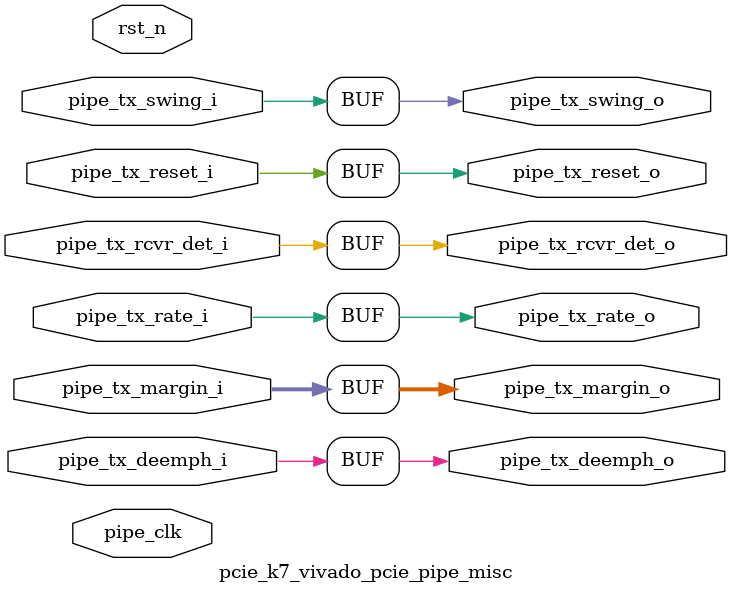
<source format=v>

`timescale 1ps/1ps

(* DowngradeIPIdentifiedWarnings = "yes" *)
module pcie_k7_vivado_pcie_pipe_misc #
(
    parameter        PIPE_PIPELINE_STAGES = 0,    // 0 - 0 stages, 1 - 1 stage, 2 - 2 stages
    parameter TCQ  = 1 // synthesis warning solved: parameter declaration becomes local
)
(

    input   wire        pipe_tx_rcvr_det_i       ,     // PIPE Tx Receiver Detect
    input   wire        pipe_tx_reset_i          ,     // PIPE Tx Reset
    input   wire        pipe_tx_rate_i           ,     // PIPE Tx Rate
    input   wire        pipe_tx_deemph_i         ,     // PIPE Tx Deemphasis
    input   wire [2:0]  pipe_tx_margin_i         ,     // PIPE Tx Margin
    input   wire        pipe_tx_swing_i          ,     // PIPE Tx Swing

    output  wire        pipe_tx_rcvr_det_o       ,     // Pipelined PIPE Tx Receiver Detect
    output  wire        pipe_tx_reset_o          ,     // Pipelined PIPE Tx Reset
    output  wire        pipe_tx_rate_o           ,     // Pipelined PIPE Tx Rate
    output  wire        pipe_tx_deemph_o         ,     // Pipelined PIPE Tx Deemphasis
    output  wire [2:0]  pipe_tx_margin_o         ,     // Pipelined PIPE Tx Margin
    output  wire        pipe_tx_swing_o          ,     // Pipelined PIPE Tx Swing

    input   wire        pipe_clk                ,      // PIPE Clock
    input   wire        rst_n                          // Reset
);

//******************************************************************//
// Reality check.                                                   //
//******************************************************************//

//    parameter TCQ  = 1;      // clock to out delay model

    generate

    if (PIPE_PIPELINE_STAGES == 0) begin : pipe_stages_0

        assign pipe_tx_rcvr_det_o = pipe_tx_rcvr_det_i;
        assign pipe_tx_reset_o  = pipe_tx_reset_i;
        assign pipe_tx_rate_o = pipe_tx_rate_i;
        assign pipe_tx_deemph_o = pipe_tx_deemph_i;
        assign pipe_tx_margin_o = pipe_tx_margin_i;
        assign pipe_tx_swing_o = pipe_tx_swing_i;

    end // if (PIPE_PIPELINE_STAGES == 0)
    else if (PIPE_PIPELINE_STAGES == 1) begin : pipe_stages_1

    reg                pipe_tx_rcvr_det_q       ;
    reg                pipe_tx_reset_q          ;
    reg                pipe_tx_rate_q           ;
    reg                pipe_tx_deemph_q         ;
    reg [2:0]          pipe_tx_margin_q         ;
    reg                pipe_tx_swing_q          ;

        always @(posedge pipe_clk) begin

        if (rst_n)
        begin

            pipe_tx_rcvr_det_q <= #TCQ 0;
            pipe_tx_reset_q  <= #TCQ 1'b1;
            pipe_tx_rate_q <= #TCQ 0;
            pipe_tx_deemph_q <= #TCQ 1'b1;
            pipe_tx_margin_q <= #TCQ 0;
            pipe_tx_swing_q <= #TCQ 0;

        end
        else
        begin

            pipe_tx_rcvr_det_q <= #TCQ pipe_tx_rcvr_det_i;
            pipe_tx_reset_q  <= #TCQ pipe_tx_reset_i;
            pipe_tx_rate_q <= #TCQ pipe_tx_rate_i;
            pipe_tx_deemph_q <= #TCQ pipe_tx_deemph_i;
            pipe_tx_margin_q <= #TCQ pipe_tx_margin_i;
            pipe_tx_swing_q <= #TCQ pipe_tx_swing_i;

          end

        end

        assign pipe_tx_rcvr_det_o = pipe_tx_rcvr_det_q;
        assign pipe_tx_reset_o  = pipe_tx_reset_q;
        assign pipe_tx_rate_o = pipe_tx_rate_q;
        assign pipe_tx_deemph_o = pipe_tx_deemph_q;
        assign pipe_tx_margin_o = pipe_tx_margin_q;
        assign pipe_tx_swing_o = pipe_tx_swing_q;

    end // if (PIPE_PIPELINE_STAGES == 1)
    else if (PIPE_PIPELINE_STAGES == 2) begin : pipe_stages_2

    reg                pipe_tx_rcvr_det_q       ;
    reg                pipe_tx_reset_q          ;
    reg                pipe_tx_rate_q           ;
    reg                pipe_tx_deemph_q         ;
    reg [2:0]          pipe_tx_margin_q         ;
    reg                pipe_tx_swing_q          ;

    reg                pipe_tx_rcvr_det_qq      ;
    reg                pipe_tx_reset_qq         ;
    reg                pipe_tx_rate_qq          ;
    reg                pipe_tx_deemph_qq        ;
    reg [2:0]          pipe_tx_margin_qq        ;
    reg                pipe_tx_swing_qq         ;

        always @(posedge pipe_clk) begin

        if (rst_n)
        begin

            pipe_tx_rcvr_det_q <= #TCQ 0;
            pipe_tx_reset_q  <= #TCQ 1'b1;
            pipe_tx_rate_q <= #TCQ 0;
            pipe_tx_deemph_q <= #TCQ 1'b1;
            pipe_tx_margin_q <= #TCQ 0;
            pipe_tx_swing_q <= #TCQ 0;

            pipe_tx_rcvr_det_qq <= #TCQ 0;
            pipe_tx_reset_qq  <= #TCQ 1'b1;
            pipe_tx_rate_qq <= #TCQ 0;
            pipe_tx_deemph_qq <= #TCQ 1'b1;
            pipe_tx_margin_qq <= #TCQ 0;
            pipe_tx_swing_qq <= #TCQ 0;

        end
        else
        begin

            pipe_tx_rcvr_det_q <= #TCQ pipe_tx_rcvr_det_i;
            pipe_tx_reset_q  <= #TCQ pipe_tx_reset_i;
            pipe_tx_rate_q <= #TCQ pipe_tx_rate_i;
            pipe_tx_deemph_q <= #TCQ pipe_tx_deemph_i;
            pipe_tx_margin_q <= #TCQ pipe_tx_margin_i;
            pipe_tx_swing_q <= #TCQ pipe_tx_swing_i;

            pipe_tx_rcvr_det_qq <= #TCQ pipe_tx_rcvr_det_q;
            pipe_tx_reset_qq  <= #TCQ pipe_tx_reset_q;
            pipe_tx_rate_qq <= #TCQ pipe_tx_rate_q;
            pipe_tx_deemph_qq <= #TCQ pipe_tx_deemph_q;
            pipe_tx_margin_qq <= #TCQ pipe_tx_margin_q;
            pipe_tx_swing_qq <= #TCQ pipe_tx_swing_q;

          end

        end

        assign pipe_tx_rcvr_det_o = pipe_tx_rcvr_det_qq;
        assign pipe_tx_reset_o  = pipe_tx_reset_qq;
        assign pipe_tx_rate_o = pipe_tx_rate_qq;
        assign pipe_tx_deemph_o = pipe_tx_deemph_qq;
        assign pipe_tx_margin_o = pipe_tx_margin_qq;
        assign pipe_tx_swing_o = pipe_tx_swing_qq;

    end // if (PIPE_PIPELINE_STAGES == 2)

    endgenerate

endmodule


</source>
